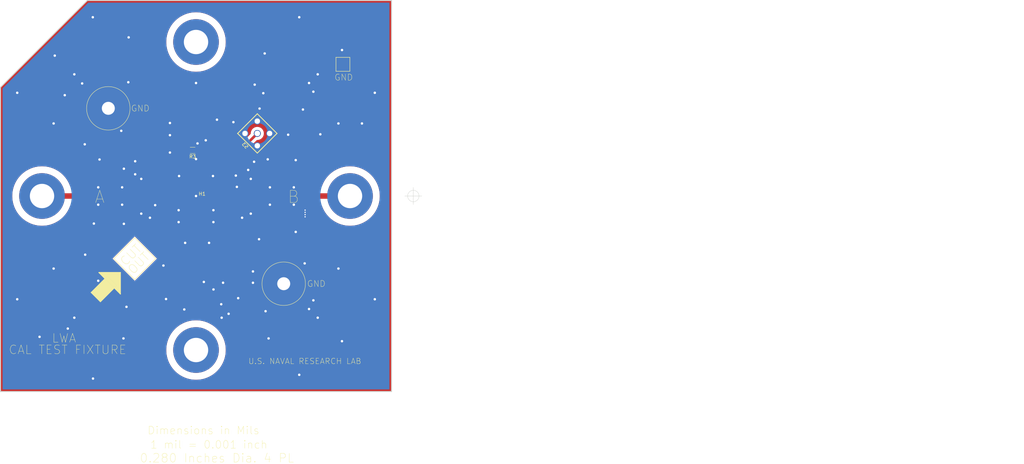
<source format=kicad_pcb>
(kicad_pcb (version 20221018) (generator pcbnew)
  (title_block (title "LWA CAL TEST FIXTURE") (date "2022-04-26") (rev "1.1"))
  (layers (0 "F.Cu" signal) (31 "B.Cu" signal) (34 "B.Paste" user) (35 "F.Paste" user) (36 "B.SilkS" user "B.Silkscreen") (37 "F.SilkS" user "F.Silkscreen") (38 "B.Mask" user) (39 "F.Mask" user) (44 "Edge.Cuts" user))
  (net 0 "")
  (net 1 "GND")
  (net 4 "Net-(FP1-Pad1)")
  (net 5 "Net-(H1-Pad6)")
  (net 6 "Net-(H1-Pad1)")
  (net 7 "Net-(H1-Pad3)")
  (footprint "LWA Balun 2020:Feedpoint" (layer "F.Cu") (at 37.143588 99.7458)
    (fp_text reference "FP1" hide)
    (fp_text value "1/4-20 FREE-FIT")
    (pad "1" thru_hole circle locked (at 0 0) (size 13.335 13.335) (drill 7.112) (layers "*.Cu" "*.Mask") (net 4 "Net-(FP1-Pad1)"))
  )
  (footprint "LWA Balun 2020:Feedpoint" (layer "F.Cu") (at 127.143612 99.7458)
    (fp_text reference "FP2" hide)
    (fp_text value "1/4-20 FREE-FIT")
    (pad "1" thru_hole circle locked (at 0 0) (size 13.335 13.335) (drill 7.112) (layers "*.Cu" "*.Mask") (net 5 "Net-(H1-Pad6)"))
  )
  (footprint "LWA Balun 2020:Feedpoint" (layer "F.Cu") (at 82.1436 54.745788)
    (fp_text reference "FP3" hide)
    (fp_text value "1/4-20 FREE-FIT")
    (pad "1" thru_hole circle locked (at 0 0) (size 13.335 13.335) (drill 7.112) (layers "*.Cu" "*.Mask"))
  )
  (footprint "LWA Balun 2020:Feedpoint" (layer "F.Cu") (at 82.1436 144.745812)
    (fp_text reference "FP4" hide)
    (fp_text value "1/4-20 FREE-FIT")
    (pad "1" thru_hole circle locked (at 0 0) (size 13.335 13.335) (drill 7.112) (layers "*.Cu" "*.Mask"))
  )
  (footprint "LWA Balun 2020:AMT-2" (layer "F.Cu") (at 84.6836 91.3638 180)
    (fp_text reference "H1" (at 0.762 -7.747 180) (layer "F.SilkS"))
    (fp_text value "AMT-32+")
    (pad "1" smd rect (at 0 0 180) (size 1.651 2.54) (layers "F.Cu" "F.Paste" "F.Mask") (net 6 "Net-(H1-Pad1)"))
    (pad "2" smd rect (at 2.54 0 180) (size 1.651 2.54) (layers "F.Cu" "F.Paste" "F.Mask") (net 1 "GND"))
    (pad "3" smd rect (at 5.08 0 180) (size 1.651 2.54) (layers "F.Cu" "F.Paste" "F.Mask") (net 7 "Net-(H1-Pad3)"))
    (pad "4" smd rect (at 5.08 -5.08 180) (size 1.651 2.54) (layers "F.Cu" "F.Paste" "F.Mask") (net 4 "Net-(FP1-Pad1)"))
    (pad "5" smd rect (at 2.54 -5.08 180) (size 1.651 2.54) (layers "F.Cu" "F.Paste" "F.Mask") (net 1 "GND"))
    (pad "6" smd rect (at 0 -5.08 180) (size 1.651 2.54) (layers "F.Cu" "F.Paste" "F.Mask") (net 5 "Net-(H1-Pad6)"))
  )
  (footprint "LWA Balun 2020:Harwin_TP_S1751-46R" (layer "F.Cu") (at 125.0696 61.2648)
    (fp_text reference "TP2" hide)
    (fp_text value "GND TEST")
    (fp_line (start -2.032 -2.032) (end 2.032 -2.032) (stroke (width 0.15)) (layer "F.SilkS"))
    (fp_line (start -2.032 2.032) (end -2.032 -2.032) (stroke (width 0.15)) (layer "F.SilkS"))
    (fp_line (start 2.032 -2.032) (end 2.032 2.032) (stroke (width 0.15)) (layer "F.SilkS"))
    (fp_line (start 2.032 2.032) (end -2.032 2.032) (stroke (width 0.15)) (layer "F.SilkS"))
    (pad "1" smd rect (at 0 0) (size 3.450001 3.450001) (layers "F.Cu" "F.Paste" "F.Mask") (net 1 "GND"))
  )
  (footprint "LWA Balun 2020:GND_Bolt" (layer "F.Cu") (at 107.769228 125.371428)
    (fp_text reference "MH1" hide)
    (fp_text value "GND_Bolt")
    (fp_circle (center 0 0) (end 6.35 0) (stroke (width 0.12)) (fill none) (layer "F.SilkS"))
    (pad "1" thru_hole circle (at 0 0) (size 7.62 7.62) (drill 3.7973) (layers "*.Cu" "*.Mask") (net 1 "GND"))
  )
  (footprint "LWA Balun 2020:GND_Bolt" (layer "F.Cu") (at 56.517972 74.120172)
    (fp_text reference "MH2" hide)
    (fp_text value "GND_Bolt")
    (fp_circle (center 0 0) (end 6.35 0) (stroke (width 0.12)) (fill none) (layer "F.SilkS"))
    (pad "1" thru_hole circle (at 0 0) (size 7.62 7.62) (drill 3.7973) (layers "*.Cu" "*.Mask") (net 1 "GND"))
  )
  (footprint "FabDrawingTemplates:FabDrawing-2Layer-Imperial_LWA" (layer "F.Cu") (at 193.9036 74.9808)
    (fp_text reference "G1" hide)
    (fp_text value "PCB Layer Stackup Detail" hide)
  )
  (footprint "Resistor_SMD:R_1206_3216Metric_Pad1.30x1.75mm_HandSolder" (layer "F.Cu") (at 81.1536 86.4108 180)
    (fp_text reference "R3" (at 0 -1.82 180) (layer "F.SilkS"))
    (fp_text value "50R")
    (fp_line (start -0.727064 -0.91) (end 0.727064 -0.91) (stroke (width 0.12)) (layer "F.SilkS"))
    (fp_line (start -0.727064 0.91) (end 0.727064 0.91) (stroke (width 0.12)) (layer "F.SilkS"))
    (pad "1" smd roundrect (at -1.55 0 180) (size 1.3 1.75) (layers "F.Cu" "F.Paste" "F.Mask") (roundrect_rratio 0.192308) (net 1 "GND"))
    (pad "2" smd roundrect (at 1.55 0 180) (size 1.3 1.75) (layers "F.Cu" "F.Paste" "F.Mask") (roundrect_rratio 0.192308) (net 7 "Net-(H1-Pad3)"))
  )
  (footprint "LWA Balun 2020:SMA_142-0701-201" (layer "B.Cu") (at 100.0506 81.4578 -45)
    (fp_text reference "S3" (at 0 5.028943 135) (layer "F.SilkS") (effects (justify mirror)))
    (fp_text value "TEST")
    (pad "1" thru_hole circle (at 0 0 315) (size 2.032 2.032) (drill 1.5748) (layers "*.Cu" "*.Mask") (net 6 "Net-(H1-Pad1)"))
    (pad "2" thru_hole circle (at -2.54 -2.54 315) (size 2.032 2.032) (drill 1.5748) (layers "*.Cu" "*.Mask") (net 1 "GND"))
    (pad "2" thru_hole circle (at -2.54 2.54 315) (size 2.032 2.032) (drill 1.5748) (layers "*.Cu" "*.Mask") (net 1 "GND"))
    (pad "2" thru_hole circle (at 2.54 -2.54 315) (size 2.032 2.032) (drill 1.5748) (layers "*.Cu" "*.Mask") (net 1 "GND"))
    (pad "2" thru_hole circle (at 2.54 2.54 315) (size 2.032 2.032) (drill 1.5748) (layers "*.Cu" "*.Mask") (net 1 "GND"))
  )
  (gr_line (start 64.2366 124.1298) (end 70.3326 118.0338) (stroke (width 0.15)) (layer "F.SilkS"))
  (gr_line (start 105.79796 81.4578) (end 100.0506 87.20516) (stroke (width 0.254)) (layer "F.SilkS"))
  (gr_line (start 60.0456 128.38398) (end 60.0456 122.0978) (stroke (width 0.254)) (layer "F.SilkS"))
  (gr_line (start 55.55547 123.89385) (end 51.51436 127.93497) (stroke (width 0.254)) (layer "F.SilkS"))
  (gr_line (start 58.1406 118.0338) (end 64.2366 111.9378) (stroke (width 0.15)) (layer "F.SilkS"))
  (gr_line (start 70.3326 118.0338) (end 64.2366 111.9378) (stroke (width 0.15)) (layer "F.SilkS"))
  (gr_poly (pts (xy 59.0296 125.9078) (xy 58.24955 126.58793) (xy 55.55547 123.89385) (xy 56.2356 123.1138)) (stroke (width 0.1)) (fill solid) (layer "F.SilkS"))
  (gr_line (start 58.1406 118.0338) (end 64.2366 124.1298) (stroke (width 0.15)) (layer "F.SilkS"))
  (gr_line (start 60.0456 128.38398) (end 58.24955 126.58793) (stroke (width 0.254)) (layer "F.SilkS"))
  (gr_line (start 105.79796 81.4578) (end 100.0506 75.71044) (stroke (width 0.254)) (layer "F.SilkS"))
  (gr_poly (pts (xy 60.0456 128.38398) (xy 58.24955 126.58793) (xy 59.0296 125.9078) (xy 56.2356 123.1138) (xy 55.55547 123.89385) (xy 53.75942 122.0978) (xy 60.0456 122.0978)) (stroke (width 0.1)) (fill solid) (layer "F.SilkS"))
  (gr_line (start 100.0506 87.20516) (end 94.30324 81.4578) (stroke (width 0.254)) (layer "F.SilkS"))
  (gr_line (start 100.0506 75.71044) (end 94.30324 81.4578) (stroke (width 0.254)) (layer "F.SilkS"))
  (gr_line (start 58.24955 126.58793) (end 54.20843 130.62904) (stroke (width 0.254)) (layer "F.SilkS"))
  (gr_line (start 55.55547 123.89385) (end 53.75942 122.0978) (stroke (width 0.254)) (layer "F.SilkS"))
  (gr_line (start 54.20843 130.62904) (end 51.51436 127.93497) (stroke (width 0.254)) (layer "F.SilkS"))
  (gr_poly (pts (xy 58.24955 126.58793) (xy 54.20843 130.62904) (xy 51.51436 127.93497) (xy 55.55547 123.89385)) (stroke (width 0.1)) (fill solid) (layer "F.SilkS"))
  (gr_line (start 60.0456 122.0978) (end 53.75942 122.0978) (stroke (width 0.254)) (layer "F.SilkS"))
  (gr_line (start 139.2936 156.8958) (end 139.2936 42.5958) (stroke (width 0.254)) (layer "Edge.Cuts"))
  (gr_line (start 139.2936 42.5958) (end 50.3936 42.5958) (stroke (width 0.254)) (layer "Edge.Cuts"))
  (gr_line (start 24.9936 156.8958) (end 24.9936 67.9958) (stroke (width 0.254)) (layer "Edge.Cuts"))
  (gr_line (start 70.5866 118.0338) (end 64.2366 111.6838) (stroke (width 0.0254)) (layer "Edge.Cuts"))
  (gr_line (start 70.5866 118.0338) (end 64.2366 124.3838) (stroke (width 0.0254)) (layer "Edge.Cuts"))
  (gr_line (start 64.2366 124.3838) (end 57.8866 118.0338) (stroke (width 0.0254)) (layer "Edge.Cuts"))
  (gr_line (start 139.2936 156.8958) (end 24.9936 156.8958) (stroke (width 0.254)) (layer "Edge.Cuts"))
  (gr_line (start 64.2366 111.6838) (end 57.8866 118.0338) (stroke (width 0.0254)) (layer "Edge.Cuts"))
  (gr_line (start 50.3936 42.5958) (end 24.9936 67.9958) (stroke (width 0.254)) (layer "Edge.Cuts"))
  (gr_text "A" (at 52.4256 99.9998) (layer "F.SilkS") (effects (font (size 3.556 3.556) (thickness 0.1)) (justify left)))
  (gr_text "GND" (at 122.5296 65.0748) (layer "F.SilkS") (effects (font (size 1.778 1.778) (thickness 0.1)) (justify left)))
  (gr_text "GND" (at 63.0936 74.120172) (layer "F.SilkS") (effects (font (size 1.778 1.778) (thickness 0.1)) (justify left)))
  (gr_text "B" (at 108.8136 99.9998) (layer "F.SilkS") (effects (font (size 3.556 3.556) (thickness 0.1)) (justify left)))
  (gr_text "CAL TEST FIXTURE" (at 61.934496 144.653) (layer "F.SilkS") (effects (font (size 2.54 2.54) (thickness 0.1)) (justify right)))
  (gr_text "GND" (at 114.5286 125.371428) (layer "F.SilkS") (effects (font (size 1.778 1.778) (thickness 0.1)) (justify left)))
  (gr_text "CUT" (at 60.5536 119.5578 45) (layer "F.SilkS") (effects (font (size 2.54 2.54) (thickness 0.1)) (justify left)))
  (gr_text "Dimensions in Mils " (at 67.8688 168.2242) (layer "F.SilkS") (effects (font (size 2.286 2.286) (thickness 0.1)) (justify left)))
  (gr_text "1 mil = 0.001 inch" (at 68.6816 172.3898) (layer "F.SilkS") (effects (font (size 2.286 2.286) (thickness 0.1)) (justify left)))
  (gr_text "LWA" (at 47.2186 141.2748) (layer "F.SilkS") (effects (font (size 2.54 2.54) (thickness 0.1)) (justify right)))
  (gr_text "OUT" (at 62.8396 121.9708 45) (layer "F.SilkS") (effects (font (size 2.54 2.54) (thickness 0.1)) (justify left)))
  (gr_text "0.280 Inches Dia. 4 PL" (at 65.6336 176.3268) (layer "F.SilkS") (effects (font (size 2.54 2.54) (thickness 0.1)) (justify left)))
  (gr_text "U.S. NAVAL RESEARCH LAB" (at 130.5036 148.0058) (layer "F.SilkS") (effects (font (size 1.651 1.651) (thickness 0.1)) (justify right)))
  (target plus (at 145.6436 99.7458) (size 5) (width 0.1) (layer "Edge.Cuts"))
  (segment (start 82.5786 86.4108) (end 82.5786 84.3788) (width 1.143) (layer "F.Cu") (net 1))
  (segment (start 82.1436 91.3638) (end 82.1436 88.9508) (width 1.143) (layer "F.Cu") (net 1))
  (segment (start 82.1436 99.7458) (end 82.1436 96.4438) (width 1.143) (layer "F.Cu") (net 1))
  (via (at 82.1436 99.7458) (size 1.27) (drill 0.7112) (layers "F.Cu" "B.Cu") (net 1))
  (via (at 91.6686 134.1628) (size 1.27) (drill 0.7112) (layers "F.Cu" "B.Cu") (net 1))
  (via (at 110.7186 102.2858) (size 1.27) (drill 0.7112) (layers "F.Cu" "B.Cu") (net 1))
  (via (at 73.3806 129.8448) (size 1.27) (drill 0.7112) (layers "F.Cu" "B.Cu") (net 1))
  (via (at 82.1436 88.9508) (size 1.27) (drill 0.7112) (layers "F.Cu" "B.Cu") (net 1))
  (via (at 72.6186 120.0658) (size 1.27) (drill 0.7112) (layers "F.Cu" "B.Cu") (net 1))
  (via (at 114.018448 103.867626) (size 0.762) (drill 0.381) (layers "F.Cu" "B.Cu") (net 1))
  (via (at 114.018447 105.817626) (size 0.762) (drill 0.381) (layers "F.Cu" "B.Cu") (net 1))
  (via (at 114.018447 105.167626) (size 0.762) (drill 0.381) (layers "F.Cu" "B.Cu") (net 1))
  (via (at 114.018447 104.517626) (size 0.762) (drill 0.381) (layers "F.Cu" "B.Cu") (net 1))
  (via (at 82.5786 84.3788) (size 1.27) (drill 0.7112) (layers "F.Cu" "B.Cu") (net 1))
  (via (at 87.24562 127.0508) (size 1.27) (drill 0.7112) (layers "F.Cu" "B.Cu") (net 1))
  (via (at 84.4296 124.85184) (size 1.27) (drill 0.7112) (layers "F.Cu" "B.Cu") (net 1))
  (via (at 90.0456 125.08576) (size 1.27) (drill 0.7112) (layers "F.Cu" "B.Cu") (net 1))
  (via (at 98.7806 121.783754) (size 1.27) (drill 0.7112) (layers "F.Cu" "B.Cu") (net 1))
  (via (at 98.7806 125.095) (size 1.27) (drill 0.7112) (layers "F.Cu" "B.Cu") (net 1))
  (via (at 89.5096 131.3688) (size 1.27) (drill 0.7112) (layers "F.Cu" "B.Cu") (net 1))
  (via (at 74.5236 81.9658) (size 1.27) (drill 0.7112) (layers "F.Cu" "B.Cu") (net 1))
  (via (at 130.62977 78.54565) (size 1.27) (drill 0.7112) (layers "F.Cu" "B.Cu") (net 1))
  (via (at 46.5836 64.1858) (size 1.27) (drill 0.7112) (layers "F.Cu" "B.Cu") (net 1))
  (via (at 123.75123 120.94595) (size 1.27) (drill 0.7112) (layers "F.Cu" "B.Cu") (net 1))
  (via (at 103.0986 89.027) (size 1.27) (drill 0.7112) (layers "F.Cu" "B.Cu") (net 1))
  (via (at 43.7896 70.2818) (size 1.27) (drill 0.7112) (layers "F.Cu" "B.Cu") (net 1))
  (via (at 103.7336 97.2058) (size 1.27) (drill 0.7112) (layers "F.Cu" "B.Cu") (net 1))
  (via (at 68.6816 106.0958) (size 1.27) (drill 0.7112) (layers "F.Cu" "B.Cu") (net 1))
  (via (at 95.6056 106.0958) (size 1.27) (drill 0.7112) (layers "F.Cu" "B.Cu") (net 1))
  (via (at 99.2886 67.2084) (size 1.27) (drill 0.7112) (layers "F.Cu" "B.Cu") (net 1))
  (via (at 70.2056 102.4128) (size 1.27) (drill 0.7112) (layers "F.Cu" "B.Cu") (net 1))
  (via (at 64.3636 93.3958) (size 1.27) (drill 0.7112) (layers "F.Cu" "B.Cu") (net 1))
  (via (at 87.0966 93.9038) (size 1.27) (drill 0.7112) (layers "F.Cu" "B.Cu") (net 1))
  (via (at 48.8696 66.8528) (size 1.27) (drill 0.7112) (layers "F.Cu" "B.Cu") (net 1))
  (via (at 100.711 74.1934) (size 1.27) (drill 0.7112) (layers "F.Cu" "B.Cu") (net 1))
  (via (at 49.6316 84.6328) (size 1.27) (drill 0.7112) (layers "F.Cu" "B.Cu") (net 1))
  (via (at 51.9811 47.50281) (size 1.27) (drill 0.7112) (layers "F.Cu" "B.Cu") (net 1))
  (via (at 109.0676 81.8388) (size 1.27) (drill 0.7112) (layers "F.Cu" "B.Cu") (net 1))
  (via (at 44.6786 138.4808) (size 1.27) (drill 0.7112) (layers "F.Cu" "B.Cu") (net 1))
  (via (at 53.5686 97.2058) (size 1.27) (drill 0.7112) (layers "F.Cu" "B.Cu") (net 1))
  (via (at 60.5536 102.2858) (size 1.27) (drill 0.7112) (layers "F.Cu" "B.Cu") (net 1))
  (via (at 116.4336 130.2258) (size 1.27) (drill 0.7112) (layers "F.Cu" "B.Cu") (net 1))
  (via (at 53.5686 102.2858) (size 1.27) (drill 0.7112) (layers "F.Cu" "B.Cu") (net 1))
  (via (at 61.0616 107.8738) (size 1.27) (drill 0.7112) (layers "F.Cu" "B.Cu") (net 1))
  (via (at 40.8686 58.7248) (size 1.27) (drill 0.7112) (layers "F.Cu" "B.Cu") (net 1))
  (via (at 113.3856 74.4728) (size 1.27) (drill 0.7112) (layers "F.Cu" "B.Cu") (net 1))
  (via (at 115.1636 66.7258) (size 1.27) (drill 0.7112) (layers "F.Cu" "B.Cu") (net 1))
  (via (at 112.3061 47.50282) (size 1.27) (drill 0.7112) (layers "F.Cu" "B.Cu") (net 1))
  (via (at 98.1456 104.902) (size 1.27) (drill 0.7112) (layers "F.Cu" "B.Cu") (net 1))
  (via (at 52.2986 107.7976) (size 1.27) (drill 0.7112) (layers "F.Cu" "B.Cu") (net 1))
  (via (at 60.94345 141.35343) (size 1.27) (drill 0.7112) (layers "F.Cu" "B.Cu") (net 1))
  (via (at 64.3636 89.5858) (size 1.27) (drill 0.7112) (layers "F.Cu" "B.Cu") (net 1))
  (via (at 40.53597 120.94595) (size 1.27) (drill 0.7112) (layers "F.Cu" "B.Cu") (net 1))
  (via (at 29.90061 129.9083) (size 1.27) (drill 0.7112) (layers "F.Cu" "B.Cu") (net 1))
  (via (at 99.1108 89.7382) (size 1.27) (drill 0.7112) (layers "F.Cu" "B.Cu") (net 1))
  (via (at 110.7186 97.2058) (size 1.27) (drill 0.7112) (layers "F.Cu" "B.Cu") (net 1))
  (via (at 36.4236 140.8938) (size 1.27) (drill 0.7112) (layers "F.Cu" "B.Cu") (net 1))
  (via (at 84.9884 83.4644) (size 1.27) (drill 0.7112) (layers "F.Cu" "B.Cu") (net 1))
  (via (at 88.265 77.4446) (size 1.27) (drill 0.7112) (layers "F.Cu" "B.Cu") (net 1))
  (via (at 123.75123 78.54565) (size 1.27) (drill 0.7112) (layers "F.Cu" "B.Cu") (net 1))
  (via (at 87.2236 103.886) (size 1.27) (drill 0.7112) (layers "F.Cu" "B.Cu") (net 1))
  (via (at 102.2096 58.0898) (size 1.27) (drill 0.7112) (layers "F.Cu" "B.Cu") (net 1))
  (via (at 77.1906 93.9038) (size 1.27) (drill 0.7112) (layers "F.Cu" "B.Cu") (net 1))
  (via (at 60.2996 80.6958) (size 1.27) (drill 0.7112) (layers "F.Cu" "B.Cu") (net 1))
  (via (at 78.7146 132.8928) (size 1.27) (drill 0.7112) (layers "F.Cu" "B.Cu") (net 1))
  (via (at 66.1416 104.902) (size 1.27) (drill 0.7112) (layers "F.Cu" "B.Cu") (net 1))
  (via (at 49.7586 116.8908) (size 1.27) (drill 0.7112) (layers "F.Cu" "B.Cu") (net 1))
  (via (at 85.9536 113.4364) (size 1.27) (drill 0.7112) (layers "F.Cu" "B.Cu") (net 1))
  (via (at 87.2236 107.3658) (size 1.27) (drill 0.7112) (layers "F.Cu" "B.Cu") (net 1))
  (via (at 29.90062 69.5833) (size 1.27) (drill 0.7112) (layers "F.Cu" "B.Cu") (net 1))
  (via (at 93.0656 78.1558) (size 1.27) (drill 0.7112) (layers "F.Cu" "B.Cu") (net 1))
  (via (at 53.9496 89.0778) (size 1.27) (drill 0.7112) (layers "F.Cu" "B.Cu") (net 1))
  (via (at 134.38659 69.5833) (size 1.27) (drill 0.7112) (layers "F.Cu" "B.Cu") (net 1))
  (via (at 97.3836 92.1258) (size 1.27) (drill 0.7112) (layers "F.Cu" "B.Cu") (net 1))
  (via (at 53.5686 124.5108) (size 1.27) (drill 0.7112) (layers "F.Cu" "B.Cu") (net 1))
  (via (at 77.0636 103.886) (size 1.27) (drill 0.7112) (layers "F.Cu" "B.Cu") (net 1))
  (via (at 52.0446 153.0858) (size 1.27) (drill 0.7112) (layers "F.Cu" "B.Cu") (net 1))
  (via (at 111.2774 110.236) (size 1.27) (drill 0.7112) (layers "F.Cu" "B.Cu") (net 1))
  (via (at 74.5236 87.0458) (size 1.27) (drill 0.7112) (layers "F.Cu" "B.Cu") (net 1))
  (via (at 117.7036 64.1858) (size 1.27) (drill 0.7112) (layers "F.Cu" "B.Cu") (net 1))
  (via (at 103.34375 141.35343) (size 1.27) (drill 0.7112) (layers "F.Cu" "B.Cu") (net 1))
  (via (at 93.7768 93.7768) (size 1.27) (drill 0.7112) (layers "F.Cu" "B.Cu") (net 1))
  (via (at 89.6366 135.3058) (size 1.27) (drill 0.7112) (layers "F.Cu" "B.Cu") (net 1))
  (via (at 101.8032 69.6976) (size 1.27) (drill 0.7112) (layers "F.Cu" "B.Cu") (net 1))
  (via (at 98.1456 94.742) (size 1.27) (drill 0.7112) (layers "F.Cu" "B.Cu") (net 1))
  (via (at 82.1436 66.7258) (size 1.27) (drill 0.7112) (layers "F.Cu" "B.Cu") (net 1))
  (via (at 62.4586 53.3908) (size 1.27) (drill 0.7112) (layers "F.Cu" "B.Cu") (net 1))
  (via (at 61.8236 132.1308) (size 1.27) (drill 0.7112) (layers "F.Cu" "B.Cu") (net 1))
  (via (at 102.4636 133.4008) (size 1.27) (drill 0.7112) (layers "F.Cu" "B.Cu") (net 1))
  (via (at 103.7336 102.2858) (size 1.27) (drill 0.7112) (layers "F.Cu" "B.Cu") (net 1))
  (via (at 117.7036 135.3058) (size 1.27) (drill 0.7112) (layers "F.Cu" "B.Cu") (net 1))
  (via (at 77.0636 107.3658) (size 1.27) (drill 0.7112) (layers "F.Cu" "B.Cu") (net 1))
  (via (at 62.357 66.4972) (size 1.27) (drill 0.7112) (layers "F.Cu" "B.Cu") (net 1))
  (via (at 118.4656 81.7118) (size 1.27) (drill 0.7112) (layers "F.Cu" "B.Cu") (net 1))
  (via (at 78.9686 113.4364) (size 1.27) (drill 0.7112) (layers "F.Cu" "B.Cu") (net 1))
  (via (at 40.53597 78.54565) (size 1.27) (drill 0.7112) (layers "F.Cu" "B.Cu") (net 1))
  (via (at 94.0816 97.0788) (size 1.27) (drill 0.7112) (layers "F.Cu" "B.Cu") (net 1))
  (via (at 116.4336 69.2658) (size 1.27) (drill 0.7112) (layers "F.Cu" "B.Cu") (net 1))
  (via (at 134.38658 129.9083) (size 1.27) (drill 0.7112) (layers "F.Cu" "B.Cu") (net 1))
  (via (at 111.2774 89.2556) (size 1.27) (drill 0.7112) (layers "F.Cu" "B.Cu") (net 1))
  (via (at 66.1416 94.742) (size 1.27) (drill 0.7112) (layers "F.Cu" "B.Cu") (net 1))
  (via (at 60.5536 97.2058) (size 1.27) (drill 0.7112) (layers "F.Cu" "B.Cu") (net 1))
  (via (at 115.1636 132.7658) (size 1.27) (drill 0.7112) (layers "F.Cu" "B.Cu") (net 1))
  (via (at 61.0616 91.7702) (size 1.27) (drill 0.7112) (layers "F.Cu" "B.Cu") (net 1))
  (via (at 74.5236 78.4098) (size 1.27) (drill 0.7112) (layers "F.Cu" "B.Cu") (net 1))
  (via (at 124.7902 142.1638) (size 1.27) (drill 0.7112) (layers "F.Cu" "B.Cu") (net 1))
  (via (at 46.5836 135.3058) (size 1.27) (drill 0.7112) (layers "F.Cu" "B.Cu") (net 1))
  (via (at 94.4626 129.5908) (size 1.27) (drill 0.7112) (layers "F.Cu" "B.Cu") (net 1))
  (via (at 112.3061 151.98879) (size 1.27) (drill 0.7112) (layers "F.Cu" "B.Cu") (net 1))
  (via (at 113.8936 119.4308) (size 1.27) (drill 0.7112) (layers "F.Cu" "B.Cu") (net 1))
  (via (at 100.5586 112.3696) (size 1.27) (drill 0.7112) (layers "F.Cu" "B.Cu") (net 1))
  (via (at 124.79982 57.08958) (size 1.27) (drill 0.7112) (layers "F.Cu" "B.Cu") (net 1))
  (segment (start 79.6036 99.7458) (end 77.8256 99.7458) (width 1.143) (layer "F.Cu") (net 4))
  (segment (start 77.6986 99.7458) (end 37.143588 99.7458) (width 1.6002) (layer "F.Cu") (net 4))
  (segment (start 79.6036 96.4438) (end 79.6036 99.7458) (width 1.143) (layer "F.Cu") (net 4))
  (segment (start 84.6836 99.7458) (end 84.6836 96.4438) (width 1.143) (layer "F.Cu") (net 5))
  (segment (start 86.4616 99.7458) (end 84.6836 99.7458) (width 1.143) (layer "F.Cu") (net 5))
  (segment (start 127.143612 99.7458) (end 86.5886 99.7458) (width 1.6002) (layer "F.Cu") (net 5))
  (segment (start 84.6836 91.3638) (end 84.6836 88.10861) (width 0.762) (layer "F.Cu") (net 6))
  (segment (start 93.39979 88.10861) (end 100.0506 81.4578) (width 0.762) (layer "F.Cu") (net 6))
  (segment (start 84.6836 88.10861) (end 93.39979 88.10861) (width 0.762) (layer "F.Cu") (net 6))
  (segment (start 79.6036 91.3638) (end 79.6036 86.4108) (width 1.143) (layer "F.Cu") (net 7))
  (zone (net 1) (net_name "GND") (layer "F.Cu") (priority 98) (connect_pads yes (clearance 0.889)) (min_thickness 0.254) (fill yes (thermal_gap 0.254) (thermal_bridge_width 0.508))
    (polygon (pts (xy 117.7036 64.1858) (xy 46.5836 64.1858) (xy 46.5836 135.3058) (xy 117.7036 135.3058)))
  )
  (zone (net 1) (net_name "GND") (layer "F.Cu") (priority 96) (connect_pads yes (clearance 2.032)) (min_thickness 0.254) (fill yes (thermal_gap 0.254) (thermal_bridge_width 0.508))
    (polygon (pts (xy 139.2936 42.5958) (xy 50.3936 42.5958) (xy 24.9936 67.9958) (xy 24.9936 156.8958) (xy 139.2936 156.8958)))
  )
  (zone (net 1) (net_name "GND") (layer "B.Cu") (connect_pads yes (clearance 2.032)) (min_thickness 0.254) (fill yes (thermal_gap 0.508) (thermal_bridge_width 0.508))
    (polygon (pts (xy 25.641028 68.263973) (xy 25.641028 156.248372) (xy 138.646172 156.248372) (xy 138.646172 43.243228) (xy 50.661773 43.243228)))
  )
)
</source>
